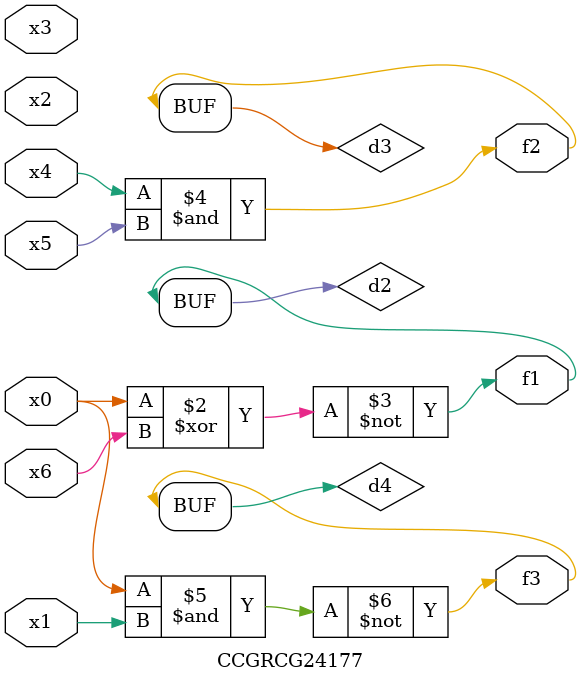
<source format=v>
module CCGRCG24177(
	input x0, x1, x2, x3, x4, x5, x6,
	output f1, f2, f3
);

	wire d1, d2, d3, d4;

	nor (d1, x0);
	xnor (d2, x0, x6);
	and (d3, x4, x5);
	nand (d4, x0, x1);
	assign f1 = d2;
	assign f2 = d3;
	assign f3 = d4;
endmodule

</source>
